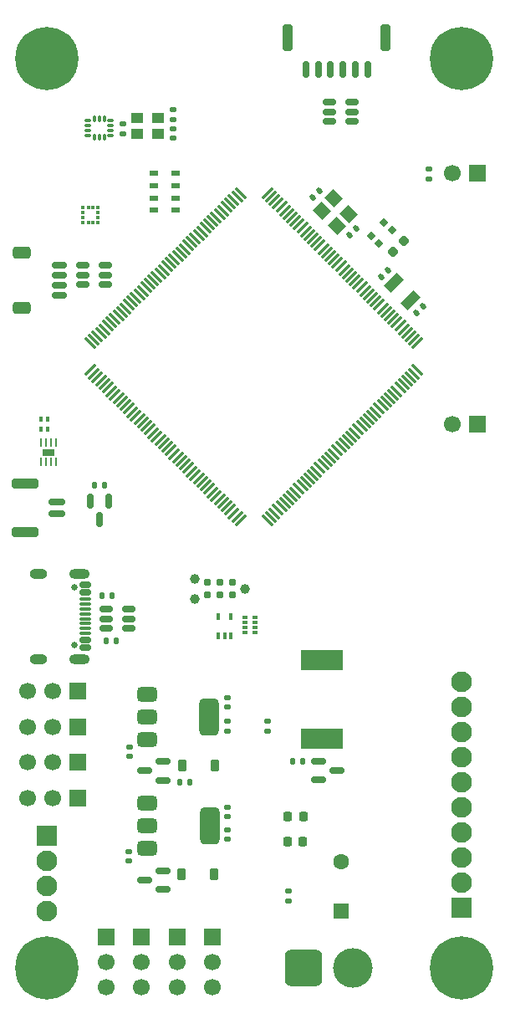
<source format=gbr>
%TF.GenerationSoftware,KiCad,Pcbnew,9.0.1*%
%TF.CreationDate,2025-05-13T00:09:27-04:00*%
%TF.ProjectId,CRVFCU,43525646-4355-42e6-9b69-6361645f7063,rev?*%
%TF.SameCoordinates,Original*%
%TF.FileFunction,Soldermask,Top*%
%TF.FilePolarity,Negative*%
%FSLAX46Y46*%
G04 Gerber Fmt 4.6, Leading zero omitted, Abs format (unit mm)*
G04 Created by KiCad (PCBNEW 9.0.1) date 2025-05-13 00:09:27*
%MOMM*%
%LPD*%
G01*
G04 APERTURE LIST*
G04 Aperture macros list*
%AMRoundRect*
0 Rectangle with rounded corners*
0 $1 Rounding radius*
0 $2 $3 $4 $5 $6 $7 $8 $9 X,Y pos of 4 corners*
0 Add a 4 corners polygon primitive as box body*
4,1,4,$2,$3,$4,$5,$6,$7,$8,$9,$2,$3,0*
0 Add four circle primitives for the rounded corners*
1,1,$1+$1,$2,$3*
1,1,$1+$1,$4,$5*
1,1,$1+$1,$6,$7*
1,1,$1+$1,$8,$9*
0 Add four rect primitives between the rounded corners*
20,1,$1+$1,$2,$3,$4,$5,0*
20,1,$1+$1,$4,$5,$6,$7,0*
20,1,$1+$1,$6,$7,$8,$9,0*
20,1,$1+$1,$8,$9,$2,$3,0*%
%AMRotRect*
0 Rectangle, with rotation*
0 The origin of the aperture is its center*
0 $1 length*
0 $2 width*
0 $3 Rotation angle, in degrees counterclockwise*
0 Add horizontal line*
21,1,$1,$2,0,0,$3*%
G04 Aperture macros list end*
%ADD10R,1.700000X1.700000*%
%ADD11C,1.700000*%
%ADD12RoundRect,0.135000X-0.185000X0.135000X-0.185000X-0.135000X0.185000X-0.135000X0.185000X0.135000X0*%
%ADD13C,6.400000*%
%ADD14RoundRect,0.760000X-1.140000X-1.140000X1.140000X-1.140000X1.140000X1.140000X-1.140000X1.140000X0*%
%ADD15C,4.000000*%
%ADD16RoundRect,0.250001X0.799999X-0.799999X0.799999X0.799999X-0.799999X0.799999X-0.799999X-0.799999X0*%
%ADD17C,2.100000*%
%ADD18RoundRect,0.135000X0.135000X0.185000X-0.135000X0.185000X-0.135000X-0.185000X0.135000X-0.185000X0*%
%ADD19RoundRect,0.140000X0.021213X-0.219203X0.219203X-0.021213X-0.021213X0.219203X-0.219203X0.021213X0*%
%ADD20RoundRect,0.140000X-0.021213X0.219203X-0.219203X0.021213X0.021213X-0.219203X0.219203X-0.021213X0*%
%ADD21RoundRect,0.150000X-0.700000X0.150000X-0.700000X-0.150000X0.700000X-0.150000X0.700000X0.150000X0*%
%ADD22RoundRect,0.250000X-1.100000X0.250000X-1.100000X-0.250000X1.100000X-0.250000X1.100000X0.250000X0*%
%ADD23RoundRect,0.225000X-0.225000X-0.375000X0.225000X-0.375000X0.225000X0.375000X-0.225000X0.375000X0*%
%ADD24RoundRect,0.140000X-0.170000X0.140000X-0.170000X-0.140000X0.170000X-0.140000X0.170000X0.140000X0*%
%ADD25R,0.950000X0.550000*%
%ADD26RoundRect,0.075000X0.424264X0.530330X-0.530330X-0.424264X-0.424264X-0.530330X0.530330X0.424264X0*%
%ADD27RoundRect,0.075000X-0.424264X0.530330X-0.530330X0.424264X0.424264X-0.530330X0.530330X-0.424264X0*%
%ADD28RoundRect,0.150000X-0.512500X-0.150000X0.512500X-0.150000X0.512500X0.150000X-0.512500X0.150000X0*%
%ADD29RoundRect,0.150000X-0.587500X-0.150000X0.587500X-0.150000X0.587500X0.150000X-0.587500X0.150000X0*%
%ADD30RoundRect,0.140000X0.170000X-0.140000X0.170000X0.140000X-0.170000X0.140000X-0.170000X-0.140000X0*%
%ADD31R,0.400000X0.500000*%
%ADD32RoundRect,0.218750X-0.218750X-0.256250X0.218750X-0.256250X0.218750X0.256250X-0.218750X0.256250X0*%
%ADD33RoundRect,0.087500X-0.225000X-0.087500X0.225000X-0.087500X0.225000X0.087500X-0.225000X0.087500X0*%
%ADD34RoundRect,0.087500X-0.087500X-0.225000X0.087500X-0.225000X0.087500X0.225000X-0.087500X0.225000X0*%
%ADD35RoundRect,0.135000X-0.135000X-0.185000X0.135000X-0.185000X0.135000X0.185000X-0.135000X0.185000X0*%
%ADD36RoundRect,0.218750X-0.026517X0.335876X-0.335876X0.026517X0.026517X-0.335876X0.335876X-0.026517X0*%
%ADD37RoundRect,0.135000X0.185000X-0.135000X0.185000X0.135000X-0.185000X0.135000X-0.185000X-0.135000X0*%
%ADD38RotRect,0.700000X0.700000X45.000000*%
%ADD39R,1.300000X1.100000*%
%ADD40RoundRect,0.375000X-0.625000X-0.375000X0.625000X-0.375000X0.625000X0.375000X-0.625000X0.375000X0*%
%ADD41RoundRect,0.500000X-0.500000X-1.400000X0.500000X-1.400000X0.500000X1.400000X-0.500000X1.400000X0*%
%ADD42R,0.375000X0.350000*%
%ADD43R,0.350000X0.375000*%
%ADD44RoundRect,0.150000X-0.150000X0.587500X-0.150000X-0.587500X0.150000X-0.587500X0.150000X0.587500X0*%
%ADD45RoundRect,0.150000X0.150000X0.700000X-0.150000X0.700000X-0.150000X-0.700000X0.150000X-0.700000X0*%
%ADD46RoundRect,0.250000X0.250000X1.100000X-0.250000X1.100000X-0.250000X-1.100000X0.250000X-1.100000X0*%
%ADD47RotRect,1.000000X1.800000X315.000000*%
%ADD48R,4.200000X2.000000*%
%ADD49RoundRect,0.150000X-0.625000X0.150000X-0.625000X-0.150000X0.625000X-0.150000X0.625000X0.150000X0*%
%ADD50RoundRect,0.250000X-0.650000X0.350000X-0.650000X-0.350000X0.650000X-0.350000X0.650000X0.350000X0*%
%ADD51RoundRect,0.150000X0.587500X0.150000X-0.587500X0.150000X-0.587500X-0.150000X0.587500X-0.150000X0*%
%ADD52RotRect,1.400000X1.200000X135.000000*%
%ADD53RoundRect,0.250001X-0.799999X0.799999X-0.799999X-0.799999X0.799999X-0.799999X0.799999X0.799999X0*%
%ADD54R,0.500000X0.400000*%
%ADD55R,0.500000X0.300000*%
%ADD56R,1.600000X1.600000*%
%ADD57C,1.600000*%
%ADD58RoundRect,0.100000X0.100000X-0.225000X0.100000X0.225000X-0.100000X0.225000X-0.100000X-0.225000X0*%
%ADD59RoundRect,0.062500X0.062500X-0.325000X0.062500X0.325000X-0.062500X0.325000X-0.062500X-0.325000X0*%
%ADD60R,1.200000X0.800000*%
%ADD61C,0.990600*%
%ADD62C,0.787400*%
%ADD63C,0.650000*%
%ADD64RoundRect,0.150000X-0.425000X0.150000X-0.425000X-0.150000X0.425000X-0.150000X0.425000X0.150000X0*%
%ADD65RoundRect,0.075000X-0.500000X0.075000X-0.500000X-0.075000X0.500000X-0.075000X0.500000X0.075000X0*%
%ADD66O,2.100000X1.000000*%
%ADD67O,1.800000X1.000000*%
G04 APERTURE END LIST*
D10*
%TO.C,PWM7*%
X60799999Y-112900000D03*
D11*
X60799999Y-115440000D03*
X60799999Y-117980000D03*
%TD*%
D12*
%TO.C,R40*%
X66400000Y-91040000D03*
X66400000Y-92060000D03*
%TD*%
D13*
%TO.C,H2*%
X86000000Y-24000000D03*
%TD*%
D14*
%TO.C,BATT1*%
X70000000Y-116000000D03*
D15*
X75000000Y-116000000D03*
%TD*%
D16*
%TO.C,PYRO_TERM1*%
X86000000Y-109860000D03*
D17*
X86000000Y-107320000D03*
X86000000Y-104780000D03*
X86000000Y-102240000D03*
X86000000Y-99700000D03*
X86000000Y-97160000D03*
X86000000Y-94620000D03*
X86000000Y-92080000D03*
X86000000Y-89540000D03*
X86000000Y-87000000D03*
%TD*%
D18*
%TO.C,R17*%
X51060000Y-82900000D03*
X50040000Y-82900000D03*
%TD*%
D19*
%TO.C,C37*%
X77860589Y-46089411D03*
X78539411Y-45410589D03*
%TD*%
D20*
%TO.C,C52*%
X75339411Y-41160589D03*
X74660589Y-41839411D03*
%TD*%
D10*
%TO.C,PWM2*%
X47140000Y-95200000D03*
D11*
X44600000Y-95200000D03*
X42060000Y-95200000D03*
%TD*%
D21*
%TO.C,VIDEO1*%
X45050000Y-68800000D03*
X45050000Y-70050000D03*
D22*
X41850000Y-66950000D03*
X41850000Y-71900000D03*
%TD*%
D23*
%TO.C,D1*%
X57750002Y-95500000D03*
X61050002Y-95500000D03*
%TD*%
D24*
%TO.C,C41*%
X82700000Y-35170000D03*
X82700000Y-36130000D03*
%TD*%
D25*
%TO.C,U1*%
X54875000Y-35575000D03*
X54875000Y-36825000D03*
X54875000Y-38075000D03*
X54875000Y-39325000D03*
X57025000Y-39325000D03*
X57025000Y-38075000D03*
X57025000Y-36825000D03*
X57025000Y-35575000D03*
%TD*%
D10*
%TO.C,PWM4*%
X50000000Y-112900000D03*
D11*
X50000000Y-115440000D03*
X50000000Y-117980000D03*
%TD*%
D26*
%TO.C,U2*%
X81563976Y-52774590D03*
X81210423Y-52421037D03*
X80856870Y-52067484D03*
X80503316Y-51713930D03*
X80149763Y-51360377D03*
X79796209Y-51006823D03*
X79442656Y-50653270D03*
X79089103Y-50299717D03*
X78735549Y-49946163D03*
X78381996Y-49592610D03*
X78028442Y-49239057D03*
X77674889Y-48885503D03*
X77321336Y-48531950D03*
X76967782Y-48178396D03*
X76614229Y-47824843D03*
X76260675Y-47471290D03*
X75907122Y-47117736D03*
X75553569Y-46764183D03*
X75200015Y-46410629D03*
X74846462Y-46057076D03*
X74492909Y-45703523D03*
X74139355Y-45349969D03*
X73785802Y-44996416D03*
X73432248Y-44642862D03*
X73078695Y-44289309D03*
X72725142Y-43935756D03*
X72371588Y-43582202D03*
X72018035Y-43228649D03*
X71664481Y-42875096D03*
X71310928Y-42521542D03*
X70957375Y-42167989D03*
X70603821Y-41814435D03*
X70250268Y-41460882D03*
X69896714Y-41107329D03*
X69543161Y-40753775D03*
X69189608Y-40400222D03*
X68836054Y-40046668D03*
X68482501Y-39693115D03*
X68128948Y-39339562D03*
X67775394Y-38986008D03*
X67421841Y-38632455D03*
X67068287Y-38278901D03*
X66714734Y-37925348D03*
X66361181Y-37571795D03*
D27*
X63638819Y-37571795D03*
X63285266Y-37925348D03*
X62931713Y-38278901D03*
X62578159Y-38632455D03*
X62224606Y-38986008D03*
X61871052Y-39339562D03*
X61517499Y-39693115D03*
X61163946Y-40046668D03*
X60810392Y-40400222D03*
X60456839Y-40753775D03*
X60103286Y-41107329D03*
X59749732Y-41460882D03*
X59396179Y-41814435D03*
X59042625Y-42167989D03*
X58689072Y-42521542D03*
X58335519Y-42875096D03*
X57981965Y-43228649D03*
X57628412Y-43582202D03*
X57274858Y-43935756D03*
X56921305Y-44289309D03*
X56567752Y-44642862D03*
X56214198Y-44996416D03*
X55860645Y-45349969D03*
X55507091Y-45703523D03*
X55153538Y-46057076D03*
X54799985Y-46410629D03*
X54446431Y-46764183D03*
X54092878Y-47117736D03*
X53739325Y-47471290D03*
X53385771Y-47824843D03*
X53032218Y-48178396D03*
X52678664Y-48531950D03*
X52325111Y-48885503D03*
X51971558Y-49239057D03*
X51618004Y-49592610D03*
X51264451Y-49946163D03*
X50910897Y-50299717D03*
X50557344Y-50653270D03*
X50203791Y-51006823D03*
X49850237Y-51360377D03*
X49496684Y-51713930D03*
X49143130Y-52067484D03*
X48789577Y-52421037D03*
X48436024Y-52774590D03*
D26*
X48436024Y-55496952D03*
X48789577Y-55850505D03*
X49143130Y-56204058D03*
X49496684Y-56557612D03*
X49850237Y-56911165D03*
X50203791Y-57264719D03*
X50557344Y-57618272D03*
X50910897Y-57971825D03*
X51264451Y-58325379D03*
X51618004Y-58678932D03*
X51971558Y-59032485D03*
X52325111Y-59386039D03*
X52678664Y-59739592D03*
X53032218Y-60093146D03*
X53385771Y-60446699D03*
X53739325Y-60800252D03*
X54092878Y-61153806D03*
X54446431Y-61507359D03*
X54799985Y-61860913D03*
X55153538Y-62214466D03*
X55507091Y-62568019D03*
X55860645Y-62921573D03*
X56214198Y-63275126D03*
X56567752Y-63628680D03*
X56921305Y-63982233D03*
X57274858Y-64335786D03*
X57628412Y-64689340D03*
X57981965Y-65042893D03*
X58335519Y-65396446D03*
X58689072Y-65750000D03*
X59042625Y-66103553D03*
X59396179Y-66457107D03*
X59749732Y-66810660D03*
X60103286Y-67164213D03*
X60456839Y-67517767D03*
X60810392Y-67871320D03*
X61163946Y-68224874D03*
X61517499Y-68578427D03*
X61871052Y-68931980D03*
X62224606Y-69285534D03*
X62578159Y-69639087D03*
X62931713Y-69992641D03*
X63285266Y-70346194D03*
X63638819Y-70699747D03*
D27*
X66361181Y-70699747D03*
X66714734Y-70346194D03*
X67068287Y-69992641D03*
X67421841Y-69639087D03*
X67775394Y-69285534D03*
X68128948Y-68931980D03*
X68482501Y-68578427D03*
X68836054Y-68224874D03*
X69189608Y-67871320D03*
X69543161Y-67517767D03*
X69896714Y-67164213D03*
X70250268Y-66810660D03*
X70603821Y-66457107D03*
X70957375Y-66103553D03*
X71310928Y-65750000D03*
X71664481Y-65396446D03*
X72018035Y-65042893D03*
X72371588Y-64689340D03*
X72725142Y-64335786D03*
X73078695Y-63982233D03*
X73432248Y-63628680D03*
X73785802Y-63275126D03*
X74139355Y-62921573D03*
X74492909Y-62568019D03*
X74846462Y-62214466D03*
X75200015Y-61860913D03*
X75553569Y-61507359D03*
X75907122Y-61153806D03*
X76260675Y-60800252D03*
X76614229Y-60446699D03*
X76967782Y-60093146D03*
X77321336Y-59739592D03*
X77674889Y-59386039D03*
X78028442Y-59032485D03*
X78381996Y-58678932D03*
X78735549Y-58325379D03*
X79089103Y-57971825D03*
X79442656Y-57618272D03*
X79796209Y-57264719D03*
X80149763Y-56911165D03*
X80503316Y-56557612D03*
X80856870Y-56204058D03*
X81210423Y-55850505D03*
X81563976Y-55496952D03*
%TD*%
D10*
%TO.C,PWM6*%
X57200000Y-112900000D03*
D11*
X57200000Y-115440000D03*
X57200000Y-117980000D03*
%TD*%
D28*
%TO.C,U14*%
X50050001Y-79700000D03*
X50050001Y-80650000D03*
X50050001Y-81600000D03*
X52325001Y-81600000D03*
X52325001Y-80650000D03*
X52325001Y-79700000D03*
%TD*%
D23*
%TO.C,D2*%
X57650000Y-106500000D03*
X60950000Y-106500000D03*
%TD*%
D19*
%TO.C,C38*%
X81460589Y-49739411D03*
X82139411Y-49060589D03*
%TD*%
D29*
%TO.C,Q4*%
X71550000Y-95050000D03*
X71550000Y-96950000D03*
X73425000Y-96000000D03*
%TD*%
D28*
%TO.C,U13*%
X47700000Y-44900000D03*
X47700000Y-45850000D03*
X47700000Y-46800000D03*
X49975000Y-46800000D03*
X49975000Y-45850000D03*
X49975000Y-44900000D03*
%TD*%
D24*
%TO.C,C9*%
X62300000Y-102020000D03*
X62300000Y-102980000D03*
%TD*%
D30*
%TO.C,C5*%
X62300002Y-89580000D03*
X62300002Y-88620000D03*
%TD*%
D31*
%TO.C,R15*%
X44100000Y-60480833D03*
X43400000Y-60480833D03*
X43400000Y-61480833D03*
X44100000Y-61480833D03*
%TD*%
D32*
%TO.C,5V_PWR1*%
X68402500Y-100710000D03*
X69977500Y-100710000D03*
%TD*%
D33*
%TO.C,U4*%
X48175000Y-30250000D03*
X48175000Y-30750000D03*
X48175000Y-31250000D03*
X48175000Y-31750000D03*
D34*
X48837500Y-31912500D03*
X49337500Y-31912500D03*
X49837500Y-31912500D03*
D33*
X50500000Y-31750000D03*
X50500000Y-31250000D03*
X50500000Y-30750000D03*
X50500000Y-30250000D03*
D34*
X49837500Y-30087500D03*
X49337500Y-30087500D03*
X48837500Y-30087500D03*
%TD*%
D35*
%TO.C,R41*%
X68940000Y-95050000D03*
X69960000Y-95050000D03*
%TD*%
D12*
%TO.C,R7*%
X56800000Y-29130001D03*
X56800000Y-30150001D03*
%TD*%
D13*
%TO.C,H4*%
X86000000Y-116000000D03*
%TD*%
D28*
%TO.C,U9*%
X72637499Y-28399999D03*
X72637499Y-29349999D03*
X72637499Y-30299999D03*
X74912499Y-30299999D03*
X74912499Y-29349999D03*
X74912499Y-28399999D03*
%TD*%
D36*
%TO.C,LED1*%
X80205812Y-42394189D03*
X79092118Y-43507883D03*
%TD*%
D37*
%TO.C,R18*%
X51700000Y-31550001D03*
X51700000Y-30530001D03*
%TD*%
D19*
%TO.C,C50*%
X70960589Y-38039411D03*
X71639411Y-37360589D03*
%TD*%
D38*
%TO.C,NEOPIX1*%
X76878178Y-41876188D03*
X77655995Y-42654005D03*
X78950000Y-41360000D03*
X78172183Y-40582183D03*
%TD*%
D10*
%TO.C,PWM5*%
X53600001Y-112900000D03*
D11*
X53600001Y-115440000D03*
X53600001Y-117980000D03*
%TD*%
D39*
%TO.C,Y3*%
X55300000Y-29940001D03*
X53200000Y-29940001D03*
X53200000Y-31590001D03*
X55300000Y-31590001D03*
%TD*%
D24*
%TO.C,C7*%
X52300000Y-104220000D03*
X52300000Y-105180000D03*
%TD*%
D40*
%TO.C,U7*%
X54200001Y-99300000D03*
X54200001Y-101600000D03*
D41*
X60500001Y-101600000D03*
D40*
X54200001Y-103900000D03*
%TD*%
D35*
%TO.C,R2*%
X57500001Y-97200000D03*
X58520001Y-97200000D03*
%TD*%
D42*
%TO.C,U3*%
X47705000Y-39050000D03*
X47705000Y-39550000D03*
X47705000Y-40050000D03*
X47705000Y-40550000D03*
D43*
X48217500Y-40562500D03*
X48717500Y-40562500D03*
D42*
X49230000Y-40550000D03*
X49230000Y-40050000D03*
X49230000Y-39550000D03*
X49230000Y-39050000D03*
D43*
X48717500Y-39037500D03*
X48217500Y-39037500D03*
%TD*%
D44*
%TO.C,Q5*%
X50300000Y-68775000D03*
X48400000Y-68775000D03*
X49350000Y-70650000D03*
%TD*%
D45*
%TO.C,RADIO_5VPWR_3V3IO1*%
X76499999Y-25050000D03*
X75249999Y-25050000D03*
X73999999Y-25050000D03*
X72749999Y-25050000D03*
X71499999Y-25050000D03*
X70249999Y-25050000D03*
D46*
X78349999Y-21850000D03*
X68399999Y-21850000D03*
%TD*%
D10*
%TO.C,J5*%
X87650000Y-61000000D03*
D11*
X85110000Y-61000000D03*
%TD*%
D10*
%TO.C,PWM3*%
X47140000Y-98800000D03*
D11*
X44600000Y-98800000D03*
X42060000Y-98800000D03*
%TD*%
D10*
%TO.C,J2*%
X87650000Y-35600000D03*
D11*
X85110000Y-35600000D03*
%TD*%
D24*
%TO.C,C49*%
X56800000Y-31050000D03*
X56800000Y-32010000D03*
%TD*%
D18*
%TO.C,R13*%
X50610000Y-78300000D03*
X49590000Y-78300000D03*
%TD*%
D10*
%TO.C,PWM0*%
X47140000Y-88000001D03*
D11*
X44600000Y-88000001D03*
X42060000Y-88000001D03*
%TD*%
D10*
%TO.C,PWM1*%
X47140000Y-91600000D03*
D11*
X44600000Y-91600000D03*
X42060000Y-91600000D03*
%TD*%
D47*
%TO.C,Y1*%
X80894811Y-48419654D03*
X79127045Y-46651888D03*
%TD*%
D48*
%TO.C,BZ1*%
X71900000Y-84800000D03*
X71900000Y-92800000D03*
%TD*%
D49*
%TO.C,STEMMA_QT1*%
X45324998Y-44900000D03*
X45324998Y-45900000D03*
X45324998Y-46900000D03*
X45324998Y-47900000D03*
D50*
X41449998Y-43600000D03*
X41449998Y-49200000D03*
%TD*%
D51*
%TO.C,Q6*%
X55800000Y-108050000D03*
X55800000Y-106150000D03*
X53925000Y-107100000D03*
%TD*%
D52*
%TO.C,Y2*%
X74602081Y-39697919D03*
X73046446Y-38142284D03*
X71844365Y-39344365D03*
X73400000Y-40900000D03*
%TD*%
D53*
%TO.C,ARM1*%
X44000000Y-102580000D03*
D17*
X44000000Y-105120000D03*
X44000000Y-107660000D03*
X44000000Y-110200000D03*
%TD*%
D51*
%TO.C,Q3*%
X55800002Y-97000000D03*
X55800002Y-95100000D03*
X53925002Y-96050000D03*
%TD*%
D40*
%TO.C,U6*%
X54150002Y-88300000D03*
X54150002Y-90600000D03*
D41*
X60450002Y-90600000D03*
D40*
X54150002Y-92900000D03*
%TD*%
D13*
%TO.C,H1*%
X44000000Y-116000000D03*
%TD*%
D54*
%TO.C,R1*%
X65070000Y-82050000D03*
D55*
X65070000Y-81550000D03*
X65070000Y-81050000D03*
D54*
X65070000Y-80550000D03*
X64070000Y-80550000D03*
D55*
X64070000Y-81050000D03*
X64070000Y-81550000D03*
D54*
X64070000Y-82050000D03*
%TD*%
D56*
%TO.C,C1*%
X73820000Y-110272651D03*
D57*
X73820000Y-105272651D03*
%TD*%
D58*
%TO.C,U12*%
X61370000Y-82350000D03*
X62020000Y-82350000D03*
X62670000Y-82350000D03*
X62670000Y-80450000D03*
X61370000Y-80450000D03*
%TD*%
D59*
%TO.C,U15*%
X43450000Y-64787501D03*
X43950000Y-64787501D03*
X44450000Y-64787501D03*
X44950000Y-64787501D03*
X44950000Y-62812501D03*
X44450000Y-62812501D03*
X43950000Y-62812501D03*
X43450000Y-62812501D03*
D60*
X44200000Y-63800001D03*
%TD*%
D30*
%TO.C,C8*%
X62300000Y-100680000D03*
X62300000Y-99720000D03*
%TD*%
D24*
%TO.C,C4*%
X52400002Y-93640000D03*
X52400002Y-94600000D03*
%TD*%
D30*
%TO.C,C2*%
X68500000Y-109180000D03*
X68500000Y-108220000D03*
%TD*%
D61*
%TO.C,J1*%
X64090000Y-77635000D03*
X59010000Y-78651000D03*
X59010000Y-76619000D03*
D62*
X62820000Y-77000000D03*
X62820000Y-78270000D03*
X61550000Y-77000000D03*
X61550000Y-78270000D03*
X60280000Y-77000000D03*
X60280000Y-78270000D03*
%TD*%
D18*
%TO.C,R45*%
X49869999Y-67150000D03*
X48849999Y-67150000D03*
%TD*%
D24*
%TO.C,C6*%
X62300002Y-91040000D03*
X62300002Y-92000000D03*
%TD*%
D13*
%TO.C,H3*%
X44000000Y-24000000D03*
%TD*%
D32*
%TO.C,3V3_PWR1*%
X68375000Y-103200000D03*
X69950000Y-103200000D03*
%TD*%
D63*
%TO.C,J3*%
X46855000Y-77510000D03*
X46855000Y-83290000D03*
D64*
X47930000Y-77200000D03*
X47930000Y-78000000D03*
D65*
X47930000Y-79150000D03*
X47930000Y-80150000D03*
X47930000Y-80650000D03*
X47930000Y-81650000D03*
D64*
X47930000Y-82800000D03*
X47930000Y-83600000D03*
X47930000Y-83600000D03*
X47930000Y-82800000D03*
D65*
X47930000Y-82150000D03*
X47930000Y-81150000D03*
X47930000Y-79650000D03*
X47930000Y-78650000D03*
D64*
X47930000Y-78000000D03*
X47930000Y-77200000D03*
D66*
X47355000Y-76080000D03*
D67*
X43175000Y-76080000D03*
D66*
X47355000Y-84720000D03*
D67*
X43175000Y-84720000D03*
%TD*%
M02*

</source>
